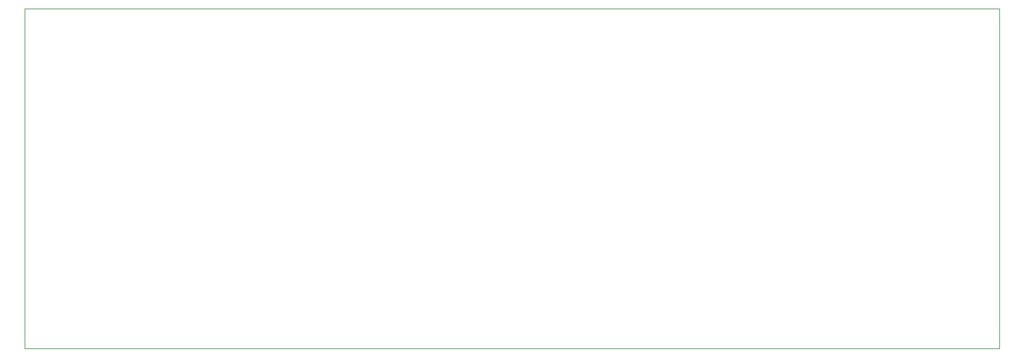
<source format=gbr>
G04 PROTEUS GERBER X2 FILE*
%TF.GenerationSoftware,Labcenter,Proteus,8.17-SP2-Build37159*%
%TF.CreationDate,2024-06-20T16:09:20+00:00*%
%TF.FileFunction,NonPlated,1,2,NPTH*%
%TF.FilePolarity,Positive*%
%TF.Part,Single*%
%TF.SameCoordinates,{d690fe0b-f5ba-4302-a425-257792fcdbd5}*%
%FSLAX45Y45*%
%MOMM*%
G01*
%TA.AperFunction,Profile*%
%ADD16C,0.101600*%
%TD.AperFunction*%
D16*
X-6550000Y-1560000D02*
X+6840000Y-1560000D01*
X+6840000Y+3120000D01*
X-6550000Y+3120000D01*
X-6550000Y-1560000D01*
M02*

</source>
